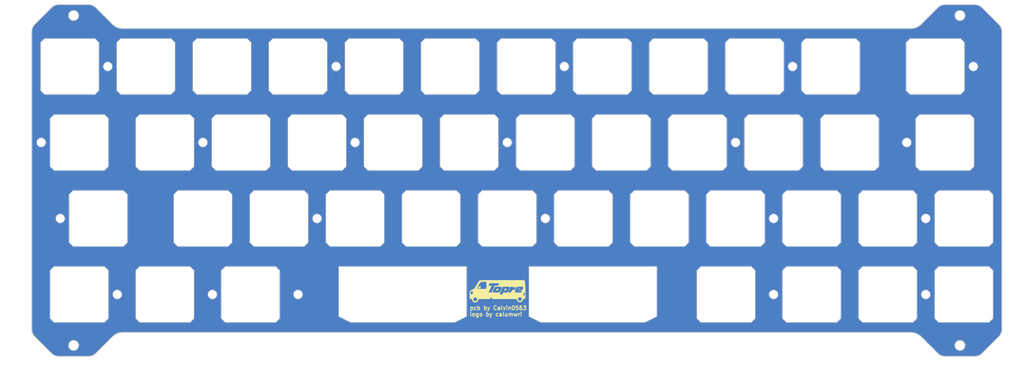
<source format=kicad_pcb>
(kicad_pcb (version 20221018) (generator pcbnew)
  (layers (0 "F.Cu" signal) (31 "B.Cu" signal) (34 "B.Paste" user) (35 "F.Paste" user) (36 "B.SilkS" user "B.Silkscreen") (37 "F.SilkS" user "F.Silkscreen") (38 "B.Mask" user) (39 "F.Mask" user) (44 "Edge.Cuts" user))
  (net 0 "")
  (net 1 "GND")
  (footprint "cipulot_parts:ecs_plate_cut_1U" (layer "F.Cu") (at 146.84375 30.95625)
    (fp_text reference "REF**")
    (fp_text value "Value " hide)
    (fp_line (start -7.3 -6) (end -7.3 6) (stroke (width 0.12)) (layer "Edge.Cuts"))
    (fp_line (start -7.3 6) (end -6.3 7) (stroke (width 0.12)) (layer "Edge.Cuts"))
    (fp_line (start -6.3 -7) (end -7.3 -6) (stroke (width 0.12)) (layer "Edge.Cuts"))
    (fp_line (start -6.3 7) (end 6.3 7) (stroke (width 0.12)) (layer "Edge.Cuts"))
    (fp_line (start 6.3 -7) (end -6.3 -7) (stroke (width 0.12)) (layer "Edge.Cuts"))
    (fp_line (start 6.3 -7) (end 7.3 -6) (stroke (width 0.12)) (layer "Edge.Cuts"))
    (fp_line (start 6.3 7) (end 7.3 6) (stroke (width 0.12)) (layer "Edge.Cuts"))
    (fp_line (start 7.3 6) (end 7.3 -6) (stroke (width 0.12)) (layer "Edge.Cuts"))
  )
  (footprint "cipulot_parts:ecs_plate_cut_1U" (layer "F.Cu") (at 56.35625 88.10625)
    (fp_text reference "REF**")
    (fp_text value "Value " hide)
    (fp_line (start -7.3 -6) (end -7.3 6) (stroke (width 0.12)) (layer "Edge.Cuts"))
    (fp_line (start -7.3 6) (end -6.3 7) (stroke (width 0.12)) (layer "Edge.Cuts"))
    (fp_line (start -6.3 -7) (end -7.3 -6) (stroke (width 0.12)) (layer "Edge.Cuts"))
    (fp_line (start -6.3 7) (end 6.3 7) (stroke (width 0.12)) (layer "Edge.Cuts"))
    (fp_line (start 6.3 -7) (end -6.3 -7) (stroke (width 0.12)) (layer "Edge.Cuts"))
    (fp_line (start 6.3 -7) (end 7.3 -6) (stroke (width 0.12)) (layer "Edge.Cuts"))
    (fp_line (start 6.3 7) (end 7.3 6) (stroke (width 0.12)) (layer "Edge.Cuts"))
    (fp_line (start 7.3 6) (end 7.3 -6) (stroke (width 0.12)) (layer "Edge.Cuts"))
  )
  (footprint "cipulot_parts:ecs_plate_cut_1U" (layer "F.Cu") (at 34.925 88.10625)
    (fp_text reference "REF**")
    (fp_text value "Value " hide)
    (fp_line (start -7.3 -6) (end -7.3 6) (stroke (width 0.12)) (layer "Edge.Cuts"))
    (fp_line (start -7.3 6) (end -6.3 7) (stroke (width 0.12)) (layer "Edge.Cuts"))
    (fp_line (start -6.3 -7) (end -7.3 -6) (stroke (width 0.12)) (layer "Edge.Cuts"))
    (fp_line (start -6.3 7) (end 6.3 7) (stroke (width 0.12)) (layer "Edge.Cuts"))
    (fp_line (start 6.3 -7) (end -6.3 -7) (stroke (width 0.12)) (layer "Edge.Cuts"))
    (fp_line (start 6.3 -7) (end 7.3 -6) (stroke (width 0.12)) (layer "Edge.Cuts"))
    (fp_line (start 6.3 7) (end 7.3 6) (stroke (width 0.12)) (layer "Edge.Cuts"))
    (fp_line (start 7.3 6) (end 7.3 -6) (stroke (width 0.12)) (layer "Edge.Cuts"))
  )
  (footprint "cipulot_parts:ecs_plate_cut_1U" (layer "F.Cu") (at 113.50625 50.00625)
    (fp_text reference "REF**")
    (fp_text value "Value " hide)
    (fp_line (start -7.3 -6) (end -7.3 6) (stroke (width 0.12)) (layer "Edge.Cuts"))
    (fp_line (start -7.3 6) (end -6.3 7) (stroke (width 0.12)) (layer "Edge.Cuts"))
    (fp_line (start -6.3 -7) (end -7.3 -6) (stroke (width 0.12)) (layer "Edge.Cuts"))
    (fp_line (start -6.3 7) (end 6.3 7) (stroke (width 0.12)) (layer "Edge.Cuts"))
    (fp_line (start 6.3 -7) (end -6.3 -7) (stroke (width 0.12)) (layer "Edge.Cuts"))
    (fp_line (start 6.3 -7) (end 7.3 -6) (stroke (width 0.12)) (layer "Edge.Cuts"))
    (fp_line (start 6.3 7) (end 7.3 6) (stroke (width 0.12)) (layer "Edge.Cuts"))
    (fp_line (start 7.3 6) (end 7.3 -6) (stroke (width 0.12)) (layer "Edge.Cuts"))
  )
  (footprint "cipulot_parts:ecs_plate_cut_1U" (layer "F.Cu") (at 180.18125 69.05625)
    (fp_text reference "REF**")
    (fp_text value "Value " hide)
    (fp_line (start -7.3 -6) (end -7.3 6) (stroke (width 0.12)) (layer "Edge.Cuts"))
    (fp_line (start -7.3 6) (end -6.3 7) (stroke (width 0.12)) (layer "Edge.Cuts"))
    (fp_line (start -6.3 -7) (end -7.3 -6) (stroke (width 0.12)) (layer "Edge.Cuts"))
    (fp_line (start -6.3 7) (end 6.3 7) (stroke (width 0.12)) (layer "Edge.Cuts"))
    (fp_line (start 6.3 -7) (end -6.3 -7) (stroke (width 0.12)) (layer "Edge.Cuts"))
    (fp_line (start 6.3 -7) (end 7.3 -6) (stroke (width 0.12)) (layer "Edge.Cuts"))
    (fp_line (start 6.3 7) (end 7.3 6) (stroke (width 0.12)) (layer "Edge.Cuts"))
    (fp_line (start 7.3 6) (end 7.3 -6) (stroke (width 0.12)) (layer "Edge.Cuts"))
  )
  (footprint "cipulot_parts:ecs_plate_cut_1U" (layer "F.Cu") (at 94.45625 50.00625)
    (fp_text reference "REF**")
    (fp_text value "Value " hide)
    (fp_line (start -7.3 -6) (end -7.3 6) (stroke (width 0.12)) (layer "Edge.Cuts"))
    (fp_line (start -7.3 6) (end -6.3 7) (stroke (width 0.12)) (layer "Edge.Cuts"))
    (fp_line (start -6.3 -7) (end -7.3 -6) (stroke (width 0.12)) (layer "Edge.Cuts"))
    (fp_line (start -6.3 7) (end 6.3 7) (stroke (width 0.12)) (layer "Edge.Cuts"))
    (fp_line (start 6.3 -7) (end -6.3 -7) (stroke (width 0.12)) (layer "Edge.Cuts"))
    (fp_line (start 6.3 -7) (end 7.3 -6) (stroke (width 0.12)) (layer "Edge.Cuts"))
    (fp_line (start 6.3 7) (end 7.3 6) (stroke (width 0.12)) (layer "Edge.Cuts"))
    (fp_line (start 7.3 6) (end 7.3 -6) (stroke (width 0.12)) (layer "Edge.Cuts"))
  )
  (footprint "cipulot_parts:ecs_plate_cut_1U" (layer "F.Cu") (at 75.40625 50.00625)
    (fp_text reference "REF**")
    (fp_text value "Value " hide)
    (fp_line (start -7.3 -6) (end -7.3 6) (stroke (width 0.12)) (layer "Edge.Cuts"))
    (fp_line (start -7.3 6) (end -6.3 7) (stroke (width 0.12)) (layer "Edge.Cuts"))
    (fp_line (start -6.3 -7) (end -7.3 -6) (stroke (width 0.12)) (layer "Edge.Cuts"))
    (fp_line (start -6.3 7) (end 6.3 7) (stroke (width 0.12)) (layer "Edge.Cuts"))
    (fp_line (start 6.3 -7) (end -6.3 -7) (stroke (width 0.12)) (layer "Edge.Cuts"))
    (fp_line (start 6.3 -7) (end 7.3 -6) (stroke (width 0.12)) (layer "Edge.Cuts"))
    (fp_line (start 6.3 7) (end 7.3 6) (stroke (width 0.12)) (layer "Edge.Cuts"))
    (fp_line (start 7.3 6) (end 7.3 -6) (stroke (width 0.12)) (layer "Edge.Cuts"))
  )
  (footprint "cipulot_parts:ecs_plate_cut_1U" (layer "F.Cu") (at 223.04375 30.95625)
    (fp_text reference "REF**")
    (fp_text value "Value " hide)
    (fp_line (start -7.3 -6) (end -7.3 6) (stroke (width 0.12)) (layer "Edge.Cuts"))
    (fp_line (start -7.3 6) (end -6.3 7) (stroke (width 0.12)) (layer "Edge.Cuts"))
    (fp_line (start -6.3 -7) (end -7.3 -6) (stroke (width 0.12)) (layer "Edge.Cuts"))
    (fp_line (start -6.3 7) (end 6.3 7) (stroke (width 0.12)) (layer "Edge.Cuts"))
    (fp_line (start 6.3 -7) (end -6.3 -7) (stroke (width 0.12)) (layer "Edge.Cuts"))
    (fp_line (start 6.3 -7) (end 7.3 -6) (stroke (width 0.12)) (layer "Edge.Cuts"))
    (fp_line (start 6.3 7) (end 7.3 6) (stroke (width 0.12)) (layer "Edge.Cuts"))
    (fp_line (start 7.3 6) (end 7.3 -6) (stroke (width 0.12)) (layer "Edge.Cuts"))
  )
  (footprint "cipulot_parts:ecs_plate_cut_1U" (layer "F.Cu") (at 251.61875 50.00625)
    (fp_text reference "REF**")
    (fp_text value "Value " hide)
    (fp_line (start -7.3 -6) (end -7.3 6) (stroke (width 0.12)) (layer "Edge.Cuts"))
    (fp_line (start -7.3 6) (end -6.3 7) (stroke (width 0.12)) (layer "Edge.Cuts"))
    (fp_line (start -6.3 -7) (end -7.3 -6) (stroke (width 0.12)) (layer "Edge.Cuts"))
    (fp_line (start -6.3 7) (end 6.3 7) (stroke (width 0.12)) (layer "Edge.Cuts"))
    (fp_line (start 6.3 -7) (end -6.3 -7) (stroke (width 0.12)) (layer "Edge.Cuts"))
    (fp_line (start 6.3 -7) (end 7.3 -6) (stroke (width 0.12)) (layer "Edge.Cuts"))
    (fp_line (start 6.3 7) (end 7.3 6) (stroke (width 0.12)) (layer "Edge.Cuts"))
    (fp_line (start 7.3 6) (end 7.3 -6) (stroke (width 0.12)) (layer "Edge.Cuts"))
  )
  (footprint "cipulot_parts:ecs_plate_cut_1U" (layer "F.Cu") (at 249.2375 30.95625)
    (fp_text reference "REF**")
    (fp_text value "Value " hide)
    (fp_line (start -7.3 -6) (end -7.3 6) (stroke (width 0.12)) (layer "Edge.Cuts"))
    (fp_line (start -7.3 6) (end -6.3 7) (stroke (width 0.12)) (layer "Edge.Cuts"))
    (fp_line (start -6.3 -7) (end -7.3 -6) (stroke (width 0.12)) (layer "Edge.Cuts"))
    (fp_line (start -6.3 7) (end 6.3 7) (stroke (width 0.12)) (layer "Edge.Cuts"))
    (fp_line (start 6.3 -7) (end -6.3 -7) (stroke (width 0.12)) (layer "Edge.Cuts"))
    (fp_line (start 6.3 -7) (end 7.3 -6) (stroke (width 0.12)) (layer "Edge.Cuts"))
    (fp_line (start 6.3 7) (end 7.3 6) (stroke (width 0.12)) (layer "Edge.Cuts"))
    (fp_line (start 7.3 6) (end 7.3 -6) (stroke (width 0.12)) (layer "Edge.Cuts"))
  )
  (footprint "cipulot_parts:ecs_plate_cut_1U" (layer "F.Cu") (at 127.79375 30.95625)
    (fp_text reference "REF**")
    (fp_text value "Value " hide)
    (fp_line (start -7.3 -6) (end -7.3 6) (stroke (width 0.12)) (layer "Edge.Cuts"))
    (fp_line (start -7.3 6) (end -6.3 7) (stroke (width 0.12)) (layer "Edge.Cuts"))
    (fp_line (start -6.3 -7) (end -7.3 -6) (stroke (width 0.12)) (layer "Edge.Cuts"))
    (fp_line (start -6.3 7) (end 6.3 7) (stroke (width 0.12)) (layer "Edge.Cuts"))
    (fp_line (start 6.3 -7) (end -6.3 -7) (stroke (width 0.12)) (layer "Edge.Cuts"))
    (fp_line (start 6.3 -7) (end 7.3 -6) (stroke (width 0.12)) (layer "Edge.Cuts"))
    (fp_line (start 6.3 7) (end 7.3 6) (stroke (width 0.12)) (layer "Edge.Cuts"))
    (fp_line (start 7.3 6) (end 7.3 -6) (stroke (width 0.12)) (layer "Edge.Cuts"))
  )
  (footprint "cipulot_parts:ecs_plate_cut_1U" (layer "F.Cu") (at 208.75625 50.00625)
    (fp_text reference "REF**")
    (fp_text value "Value " hide)
    (fp_line (start -7.3 -6) (end -7.3 6) (stroke (width 0.12)) (layer "Edge.Cuts"))
    (fp_line (start -7.3 6) (end -6.3 7) (stroke (width 0.12)) (layer "Edge.Cuts"))
    (fp_line (start -6.3 -7) (end -7.3 -6) (stroke (width 0.12)) (layer "Edge.Cuts"))
    (fp_line (start -6.3 7) (end 6.3 7) (stroke (width 0.12)) (layer "Edge.Cuts"))
    (fp_line (start 6.3 -7) (end -6.3 -7) (stroke (width 0.12)) (layer "Edge.Cuts"))
    (fp_line (start 6.3 -7) (end 7.3 -6) (stroke (width 0.12)) (layer "Edge.Cuts"))
    (fp_line (start 6.3 7) (end 7.3 6) (stroke (width 0.12)) (layer "Edge.Cuts"))
    (fp_line (start 7.3 6) (end 7.3 -6) (stroke (width 0.12)) (layer "Edge.Cuts"))
  )
  (footprint "cipulot_parts:ecs_plate_cut_1U" (layer "F.Cu") (at 84.93125 69.05625)
    (fp_text reference "REF**")
    (fp_text value "Value " hide)
    (fp_line (start -7.3 -6) (end -7.3 6) (stroke (width 0.12)) (layer "Edge.Cuts"))
    (fp_line (start -7.3 6) (end -6.3 7) (stroke (width 0.12)) (layer "Edge.Cuts"))
    (fp_line (start -6.3 -7) (end -7.3 -6) (stroke (width 0.12)) (layer "Edge.Cuts"))
    (fp_line (start -6.3 7) (end 6.3 7) (stroke (width 0.12)) (layer "Edge.Cuts"))
    (fp_line (start 6.3 -7) (end -6.3 -7) (stroke (width 0.12)) (layer "Edge.Cuts"))
    (fp_line (start 6.3 -7) (end 7.3 -6) (stroke (width 0.12)) (layer "Edge.Cuts"))
    (fp_line (start 6.3 7) (end 7.3 6) (stroke (width 0.12)) (layer "Edge.Cuts"))
    (fp_line (start 7.3 6) (end 7.3 -6) (stroke (width 0.12)) (layer "Edge.Cuts"))
  )
  (footprint "cipulot_parts:ecs_plate_cut_2U" (layer "F.Cu") (at 115.8875 88.10625)
    (fp_text reference "REF**")
    (fp_text value "Value " hide)
    (fp_line (start -16 -7) (end 16 -7) (stroke (width 0.12)) (layer "Edge.Cuts"))
    (fp_line (start -16 0) (end -16 -7) (stroke (width 0.12)) (layer "Edge.Cuts"))
    (fp_line (start -16 0) (end -16 5.5) (stroke (width 0.12)) (layer "Edge.Cuts"))
    (fp_line (start -16 5.5) (end -13 7) (stroke (width 0.12)) (layer "Edge.Cuts"))
    (fp_line (start 13 7) (end -13 7) (stroke (width 0.12)) (layer "Edge.Cuts"))
    (fp_line (start 16 -7) (end 16 0) (stroke (width 0.12)) (layer "Edge.Cuts"))
    (fp_line (start 16 0) (end 16 5.5) (stroke (width 0.12)) (layer "Edge.Cuts"))
    (fp_line (start 16 5.5) (end 13 7) (stroke (width 0.12)) (layer "Edge.Cuts"))
  )
  (footprint "cipulot_parts:ecs_plate_cut_1U" (layer "F.Cu") (at 39.6875 69.05625)
    (fp_text reference "REF**")
    (fp_text value "Value " hide)
    (fp_line (start -7.3 -6) (end -7.3 6) (stroke (width 0.12)) (layer "Edge.Cuts"))
    (fp_line (start -7.3 6) (end -6.3 7) (stroke (width 0.12)) (layer "Edge.Cuts"))
    (fp_line (start -6.3 -7) (end -7.3 -6) (stroke (width 0.12)) (layer "Edge.Cuts"))
    (fp_line (start -6.3 7) (end 6.3 7) (stroke (width 0.12)) (layer "Edge.Cuts"))
    (fp_line (start 6.3 -7) (end -6.3 -7) (stroke (width 0.12)) (layer "Edge.Cuts"))
    (fp_line (start 6.3 -7) (end 7.3 -6) (stroke (width 0.12)) (layer "Edge.Cuts"))
    (fp_line (start 6.3 7) (end 7.3 6) (stroke (width 0.12)) (layer "Edge.Cuts"))
    (fp_line (start 7.3 6) (end 7.3 -6) (stroke (width 0.12)) (layer "Edge.Cuts"))
  )
  (footprint "cipulot_parts:ecs_plate_cut_1U" (layer "F.Cu") (at 199.23125 69.05625)
    (fp_text reference "REF**")
    (fp_text value "Value " hide)
    (fp_line (start -7.3 -6) (end -7.3 6) (stroke (width 0.12)) (layer "Edge.Cuts"))
    (fp_line (start -7.3 6) (end -6.3 7) (stroke (width 0.12)) (layer "Edge.Cuts"))
    (fp_line (start -6.3 -7) (end -7.3 -6) (stroke (width 0.12)) (layer "Edge.Cuts"))
    (fp_line (start -6.3 7) (end 6.3 7) (stroke (width 0.12)) (layer "Edge.Cuts"))
    (fp_line (start 6.3 -7) (end -6.3 -7) (stroke (width 0.12)) (layer "Edge.Cuts"))
    (fp_line (start 6.3 -7) (end 7.3 -6) (stroke (width 0.12)) (layer "Edge.Cuts"))
    (fp_line (start 6.3 7) (end 7.3 6) (stroke (width 0.12)) (layer "Edge.Cuts"))
    (fp_line (start 7.3 6) (end 7.3 -6) (stroke (width 0.12)) (layer "Edge.Cuts"))
  )
  (footprint "cipulot_parts:ecs_plate_cut_1U" (layer "F.Cu") (at 196.85 88.10625)
    (fp_text reference "REF**")
    (fp_text value "Value " hide)
    (fp_line (start -7.3 -6) (end -7.3 6) (stroke (width 0.12)) (layer "Edge.Cuts"))
    (fp_line (start -7.3 6) (end -6.3 7) (stroke (width 0.12)) (layer "Edge.Cuts"))
    (fp_line (start -6.3 -7) (end -7.3 -6) (stroke (width 0.12)) (layer "Edge.Cuts"))
    (fp_line (start -6.3 7) (end 6.3 7) (stroke (width 0.12)) (layer "Edge.Cuts"))
    (fp_line (start 6.3 -7) (end -6.3 -7) (stroke (width 0.12)) (layer "Edge.Cuts"))
    (fp_line (start 6.3 -7) (end 7.3 -6) (stroke (width 0.12)) (layer "Edge.Cuts"))
    (fp_line (start 6.3 7) (end 7.3 6) (stroke (width 0.12)) (layer "Edge.Cuts"))
    (fp_line (start 7.3 6) (end 7.3 -6) (stroke (width 0.12)) (layer "Edge.Cuts"))
  )
  (footprint "cipulot_parts:ecs_plate_cut_1U" (layer "F.Cu") (at 189.70625 50.00625)
    (fp_text reference "REF**")
    (fp_text value "Value " hide)
    (fp_line (start -7.3 -6) (end -7.3 6) (stroke (width 0.12)) (layer "Edge.Cuts"))
    (fp_line (start -7.3 6) (end -6.3 7) (stroke (width 0.12)) (layer "Edge.Cuts"))
    (fp_line (start -6.3 -7) (end -7.3 -6) (stroke (width 0.12)) (layer "Edge.Cuts"))
    (fp_line (start -6.3 7) (end 6.3 7) (stroke (width 0.12)) (layer "Edge.Cuts"))
    (fp_line (start 6.3 -7) (end -6.3 -7) (stroke (width 0.12)) (layer "Edge.Cuts"))
    (fp_line (start 6.3 -7) (end 7.3 -6) (stroke (width 0.12)) (layer "Edge.Cuts"))
    (fp_line (start 6.3 7) (end 7.3 6) (stroke (width 0.12)) (layer "Edge.Cuts"))
    (fp_line (start 7.3 6) (end 7.3 -6) (stroke (width 0.12)) (layer "Edge.Cuts"))
  )
  (footprint "cipulot_parts:ecs_plate_cut_1U" (layer "F.Cu") (at 34.925 50.00625)
    (fp_text reference "REF**")
    (fp_text value "Value " hide)
    (fp_line (start -7.3 -6) (end -7.3 6) (stroke (width 0.12)) (layer "Edge.Cuts"))
    (fp_line (start -7.3 6) (end -6.3 7) (stroke (width 0.12)) (layer "Edge.Cuts"))
    (fp_line (start -6.3 -7) (end -7.3 -6) (stroke (width 0.12)) (layer "Edge.Cuts"))
    (fp_line (start -6.3 7) (end 6.3 7) (stroke (width 0.12)) (layer "Edge.Cuts"))
    (fp_line (start 6.3 -7) (end -6.3 -7) (stroke (width 0.12)) (layer "Edge.Cuts"))
    (fp_line (start 6.3 -7) (end 7.3 -6) (stroke (width 0.12)) (layer "Edge.Cuts"))
    (fp_line (start 6.3 7) (end 7.3 6) (stroke (width 0.12)) (layer "Edge.Cuts"))
    (fp_line (start 7.3 6) (end 7.3 -6) (stroke (width 0.12)) (layer "Edge.Cuts"))
  )
  (footprint "cipulot_parts:ecs_plate_cut_1U" (layer "F.Cu") (at 56.35625 50.00625)
    (fp_text reference "REF**")
    (fp_text value "Value " hide)
    (fp_line (start -7.3 -6) (end -7.3 6) (stroke (width 0.12)) (layer "Edge.Cuts"))
    (fp_line (start -7.3 6) (end -6.3 7) (stroke (width 0.12)) (layer "Edge.Cuts"))
    (fp_line (start -6.3 -7) (end -7.3 -6) (stroke (width 0.12)) (layer "Edge.Cuts"))
    (fp_line (start -6.3 7) (end 6.3 7) (stroke (width 0.12)) (layer "Edge.Cuts"))
    (fp_line (start 6.3 -7) (end -6.3 -7) (stroke (width 0.12)) (layer "Edge.Cuts"))
    (fp_line (start 6.3 -7) (end 7.3 -6) (stroke (width 0.12)) (layer "Edge.Cuts"))
    (fp_line (start 6.3 7) (end 7.3 6) (stroke (width 0.12)) (layer "Edge.Cuts"))
    (fp_line (start 7.3 6) (end 7.3 -6) (stroke (width 0.12)) (layer "Edge.Cuts"))
  )
  (footprint "cipulot_parts:ecs_plate_cut_1U" (layer "F.Cu") (at 256.38125 88.10625)
    (fp_text reference "REF**")
    (fp_text value "Value " hide)
    (fp_line (start -7.3 -6) (end -7.3 6) (stroke (width 0.12)) (layer "Edge.Cuts"))
    (fp_line (start -7.3 6) (end -6.3 7) (stroke (width 0.12)) (layer "Edge.Cuts"))
    (fp_line (start -6.3 -7) (end -7.3 -6) (stroke (width 0.12)) (layer "Edge.Cuts"))
    (fp_line (start -6.3 7) (end 6.3 7) (stroke (width 0.12)) (layer "Edge.Cuts"))
    (fp_line (start 6.3 -7) (end -6.3 -7) (stroke (width 0.12)) (layer "Edge.Cuts"))
    (fp_line (start 6.3 -7) (end 7.3 -6) (stroke (width 0.12)) (layer "Edge.Cuts"))
    (fp_line (start 6.3 7) (end 7.3 6) (stroke (width 0.12)) (layer "Edge.Cuts"))
    (fp_line (start 7.3 6) (end 7.3 -6) (stroke (width 0.12)) (layer "Edge.Cuts"))
  )
  (footprint "cipulot_parts:ecs_plate_cut_1U" (layer "F.Cu") (at 123.03125 69.05625)
    (fp_text reference "REF**")
    (fp_text value "Value " hide)
    (fp_line (start -7.3 -6) (end -7.3 6) (stroke (width 0.12)) (layer "Edge.Cuts"))
    (fp_line (start -7.3 6) (end -6.3 7) (stroke (width 0.12)) (layer "Edge.Cuts"))
    (fp_line (start -6.3 -7) (end -7.3 -6) (stroke (width 0.12)) (layer "Edge.Cuts"))
    (fp_line (start -6.3 7) (end 6.3 7) (stroke (width 0.12)) (layer "Edge.Cuts"))
    (fp_line (start 6.3 -7) (end -6.3 -7) (stroke (width 0.12)) (layer "Edge.Cuts"))
    (fp_line (start 6.3 -7) (end 7.3 -6) (stroke (width 0.12)) (layer "Edge.Cuts"))
    (fp_line (start 6.3 7) (end 7.3 6) (stroke (width 0.12)) (layer "Edge.Cuts"))
    (fp_line (start 7.3 6) (end 7.3 -6) (stroke (width 0.12)) (layer "Edge.Cuts"))
  )
  (footprint "cipulot_parts:ecs_plate_cut_1U" (layer "F.Cu") (at 32.54375 30.95625)
    (fp_text reference "REF**")
    (fp_text value "Value " hide)
    (fp_line (start -7.3 -6) (end -7.3 6) (stroke (width 0.12)) (layer "Edge.Cuts"))
    (fp_line (start -7.3 6) (end -6.3 7) (stroke (width 0.12)) (layer "Edge.Cuts"))
    (fp_line (start -6.3 -7) (end -7.3 -6) (stroke (width 0.12)) (layer "Edge.Cuts"))
    (fp_line (start -6.3 7) (end 6.3 7) (stroke (width 0.12)) (layer "Edge.Cuts"))
    (fp_line (start 6.3 -7) (end -6.3 -7) (stroke (width 0.12)) (layer "Edge.Cuts"))
    (fp_line (start 6.3 -7) (end 7.3 -6) (stroke (width 0.12)) (layer "Edge.Cuts"))
    (fp_line (start 6.3 7) (end 7.3 6) (stroke (width 0.12)) (layer "Edge.Cuts"))
    (fp_line (start 7.3 6) (end 7.3 -6) (stroke (width 0.12)) (layer "Edge.Cuts"))
  )
  (footprint "cipulot_parts:ecs_plate_cut_1U" (layer "F.Cu") (at 161.13125 69.05625)
    (fp_text reference "REF**")
    (fp_text value "Value " hide)
    (fp_line (start -7.3 -6) (end -7.3 6) (stroke (width 0.12)) (layer "Edge.Cuts"))
    (fp_line (start -7.3 6) (end -6.3 7) (stroke (width 0.12)) (layer "Edge.Cuts"))
    (fp_line (start -6.3 -7) (end -7.3 -6) (stroke (width 0.12)) (layer "Edge.Cuts"))
    (fp_line (start -6.3 7) (end 6.3 7) (stroke (width 0.12)) (layer "Edge.Cuts"))
    (fp_line (start 6.3 -7) (end -6.3 -7) (stroke (width 0.12)) (layer "Edge.Cuts"))
    (fp_line (start 6.3 -7) (end 7.3 -6) (stroke (width 0.12)) (layer "Edge.Cuts"))
    (fp_line (start 6.3 7) (end 7.3 6) (stroke (width 0.12)) (layer "Edge.Cuts"))
    (fp_line (start 7.3 6) (end 7.3 -6) (stroke (width 0.12)) (layer "Edge.Cuts"))
  )
  (footprint "cipulot_parts:ecs_plate_cut_1U" (layer "F.Cu") (at 132.55625 50.00625)
    (fp_text reference "REF**")
    (fp_text value "Value " hide)
    (fp_line (start -7.3 -6) (end -7.3 6) (stroke (width 0.12)) (layer "Edge.Cuts"))
    (fp_line (start -7.3 6) (end -6.3 7) (stroke (width 0.12)) (layer "Edge.Cuts"))
    (fp_line (start -6.3 -7) (end -7.3 -6) (stroke (width 0.12)) (layer "Edge.Cuts"))
    (fp_line (start -6.3 7) (end 6.3 7) (stroke (width 0.12)) (layer "Edge.Cuts"))
    (fp_line (start 6.3 -7) (end -6.3 -7) (stroke (width 0.12)) (layer "Edge.Cuts"))
    (fp_line (start 6.3 -7) (end 7.3 -6) (stroke (width 0.12)) (layer "Edge.Cuts"))
    (fp_line (start 6.3 7) (end 7.3 6) (stroke (width 0.12)) (layer "Edge.Cuts"))
    (fp_line (start 7.3 6) (end 7.3 -6) (stroke (width 0.12)) (layer "Edge.Cuts"))
  )
  (footprint "cipulot_parts:ecs_plate_cut_1U" (layer "F.Cu") (at 65.88125 69.05625)
    (fp_text reference "REF**")
    (fp_text value "Value " hide)
    (fp_line (start -7.3 -6) (end -7.3 6) (stroke (width 0.12)) (layer "Edge.Cuts"))
    (fp_line (start -7.3 6) (end -6.3 7) (stroke (width 0.12)) (layer "Edge.Cuts"))
    (fp_line (start -6.3 -7) (end -7.3 -6) (stroke (width 0.12)) (layer "Edge.Cuts"))
    (fp_line (start -6.3 7) (end 6.3 7) (stroke (width 0.12)) (layer "Edge.Cuts"))
    (fp_line (start 6.3 -7) (end -6.3 -7) (stroke (width 0.12)) (layer "Edge.Cuts"))
    (fp_line (start 6.3 -7) (end 7.3 -6) (stroke (width 0.12)) (layer "Edge.Cuts"))
    (fp_line (start 6.3 7) (end 7.3 6) (stroke (width 0.12)) (layer "Edge.Cuts"))
    (fp_line (start 7.3 6) (end 7.3 -6) (stroke (width 0.12)) (layer "Edge.Cuts"))
  )
  (footprint "cipulot_parts:ecs_plate_cut_1U" (layer "F.Cu") (at 108.74375 30.95625)
    (fp_text reference "REF**")
    (fp_text value "Value " hide)
    (fp_line (start -7.3 -6) (end -7.3 6) (stroke (width 0.12)) (layer "Edge.Cuts"))
    (fp_line (start -7.3 6) (end -6.3 7) (stroke (width 0.12)) (layer "Edge.Cuts"))
    (fp_line (start -6.3 -7) (end -7.3 -6) (stroke (width 0.12)) (layer "Edge.Cuts"))
    (fp_line (start -6.3 7) (end 6.3 7) (stroke (width 0.12)) (layer "Edge.Cuts"))
    (fp_line (start 6.3 -7) (end -6.3 -7) (stroke (width 0.12)) (layer "Edge.Cuts"))
    (fp_line (start 6.3 -7) (end 7.3 -6) (stroke (width 0.12)) (layer "Edge.Cuts"))
    (fp_line (start 6.3 7) (end 7.3 6) (stroke (width 0.12)) (layer "Edge.Cuts"))
    (fp_line (start 7.3 6) (end 7.3 -6) (stroke (width 0.12)) (layer "Edge.Cuts"))
  )
  (footprint "cipulot_parts:ecs_plate_cut_1U" (layer "F.Cu") (at 51.59375 30.95625)
    (fp_text reference "REF**")
    (fp_text value "Value " hide)
    (fp_line (start -7.3 -6) (end -7.3 6) (stroke (width 0.12)) (layer "Edge.Cuts"))
    (fp_line (start -7.3 6) (end -6.3 7) (stroke (width 0.12)) (layer "Edge.Cuts"))
    (fp_line (start -6.3 -7) (end -7.3 -6) (stroke (width 0.12)) (layer "Edge.Cuts"))
    (fp_line (start -6.3 7) (end 6.3 7) (stroke (width 0.12)) (layer "Edge.Cuts"))
    (fp_line (start 6.3 -7) (end -6.3 -7) (stroke (width 0.12)) (layer "Edge.Cuts"))
    (fp_line (start 6.3 -7) (end 7.3 -6) (stroke (width 0.12)) (layer "Edge.Cuts"))
    (fp_line (start 6.3 7) (end 7.3 6) (stroke (width 0.12)) (layer "Edge.Cuts"))
    (fp_line (start 7.3 6) (end 7.3 -6) (stroke (width 0.12)) (layer "Edge.Cuts"))
  )
  (footprint "cipulot_parts:ecs_plate_cut_1U" (layer "F.Cu") (at 237.33125 69.05625)
    (fp_text reference "REF**")
    (fp_text value "Value " hide)
    (fp_line (start -7.3 -6) (end -7.3 6) (stroke (width 0.12)) (layer "Edge.Cuts"))
    (fp_line (start -7.3 6) (end -6.3 7) (stroke (width 0.12)) (layer "Edge.Cuts"))
    (fp_line (start -6.3 -7) (end -7.3 -6) (stroke (width 0.12)) (layer "Edge.Cuts"))
    (fp_line (start -6.3 7) (end 6.3 7) (stroke (width 0.12)) (layer "Edge.Cuts"))
    (fp_line (start 6.3 -7) (end -6.3 -7) (stroke (width 0.12)) (layer "Edge.Cuts"))
    (fp_line (start 6.3 -7) (end 7.3 -6) (stroke (width 0.12)) (layer "Edge.Cuts"))
    (fp_line (start 6.3 7) (end 7.3 6) (stroke (width 0.12)) (layer "Edge.Cuts"))
    (fp_line (start 7.3 6) (end 7.3 -6) (stroke (width 0.12)) (layer "Edge.Cuts"))
  )
  (footprint "LOGO" (layer "F.Cu") (at 139.3 87.3125)
    (fp_text reference "G***" hide)
    (fp_text value "LOGO" hide)
  )
  (footprint "cipulot_parts:ecs_plate_cut_1U" (layer "F.Cu") (at 256.38125 69.05625)
    (fp_text reference "REF**")
    (fp_text value "Value " hide)
    (fp_line (start -7.3 -6) (end -7.3 6) (stroke (width 0.12)) (layer "Edge.Cuts"))
    (fp_line (start -7.3 6) (end -6.3 7) (stroke (width 0.12)) (layer "Edge.Cuts"))
    (fp_line (start -6.3 -7) (end -7.3 -6) (stroke (width 0.12)) (layer "Edge.Cuts"))
    (fp_line (start -6.3 7) (end 6.3 7) (stroke (width 0.12)) (layer "Edge.Cuts"))
    (fp_line (start 6.3 -7) (end -6.3 -7) (stroke (width 0.12)) (layer "Edge.Cuts"))
    (fp_line (start 6.3 -7) (end 7.3 -6) (stroke (width 0.12)) (layer "Edge.Cuts"))
    (fp_line (start 6.3 7) (end 7.3 6) (stroke (width 0.12)) (layer "Edge.Cuts"))
    (fp_line (start 7.3 6) (end 7.3 -6) (stroke (width 0.12)) (layer "Edge.Cuts"))
  )
  (footprint "cipulot_parts:ecs_plate_cut_1U" (layer "F.Cu") (at 218.28125 88.10625)
    (fp_text reference "REF**")
    (fp_text value "Value " hide)
    (fp_line (start -7.3 -6) (end -7.3 6) (stroke (width 0.12)) (layer "Edge.Cuts"))
    (fp_line (start -7.3 6) (end -6.3 7) (stroke (width 0.12)) (layer "Edge.Cuts"))
    (fp_line (start -6.3 -7) (end -7.3 -6) (stroke (width 0.12)) (layer "Edge.Cuts"))
    (fp_line (start -6.3 7) (end 6.3 7) (stroke (width 0.12)) (layer "Edge.Cuts"))
    (fp_line (start 6.3 -7) (end -6.3 -7) (stroke (width 0.12)) (layer "Edge.Cuts"))
    (fp_line (start 6.3 -7) (end 7.3 -6) (stroke (width 0.12)) (layer "Edge.Cuts"))
    (fp_line (start 6.3 7) (end 7.3 6) (stroke (width 0.12)) (layer "Edge.Cuts"))
    (fp_line (start 7.3 6) (end 7.3 -6) (stroke (width 0.12)) (layer "Edge.Cuts"))
  )
  (footprint "cipulot_parts:ecs_plate_cut_1U" (layer "F.Cu") (at 103.98125 69.05625)
    (fp_text reference "REF**")
    (fp_text value "Value " hide)
    (fp_line (start -7.3 -6) (end -7.3 6) (stroke (width 0.12)) (layer "Edge.Cuts"))
    (fp_line (start -7.3 6) (end -6.3 7) (stroke (width 0.12)) (layer "Edge.Cuts"))
    (fp_line (start -6.3 -7) (end -7.3 -6) (stroke (width 0.12)) (layer "Edge.Cuts"))
    (fp_line (start -6.3 7) (end 6.3 7) (stroke (width 0.12)) (layer "Edge.Cuts"))
    (fp_line (start 6.3 -7) (end -6.3 -7) (stroke (width 0.12)) (layer "Edge.Cuts"))
    (fp_line (start 6.3 -7) (end 7.3 -6) (stroke (width 0.12)) (layer "Edge.Cuts"))
    (fp_line (start 6.3 7) (end 7.3 6) (stroke (width 0.12)) (layer "Edge.Cuts"))
    (fp_line (start 7.3 6) (end 7.3 -6) (stroke (width 0.12)) (layer "Edge.Cuts"))
  )
  (footprint "cipulot_parts:ecs_plate_cut_1U" (layer "F.Cu") (at 170.65625 50.00625)
    (fp_text reference "REF**")
    (fp_text value "Value " hide)
    (fp_line (start -7.3 -6) (end -7.3 6) (stroke (width 0.12)) (layer "Edge.Cuts"))
    (fp_line (start -7.3 6) (end -6.3 7) (stroke (width 0.12)) (layer "Edge.Cuts"))
    (fp_line (start -6.3 -7) (end -7.3 -6) (stroke (width 0.12)) (layer "Edge.Cuts"))
    (fp_line (start -6.3 7) (end 6.3 7) (stroke (width 0.12)) (layer "Edge.Cuts"))
    (fp_line (start 6.3 -7) (end -6.3 -7) (stroke (width 0.12)) (layer "Edge.Cuts"))
    (fp_line (start 6.3 -7) (end 7.3 -6) (stroke (width 0.12)) (layer "Edge.Cuts"))
    (fp_line (start 6.3 7) (end 7.3 6) (stroke (width 0.12)) (layer "Edge.Cuts"))
    (fp_line (start 7.3 6) (end 7.3 -6) (stroke (width 0.12)) (layer "Edge.Cuts"))
  )
  (footprint "cipulot_parts:ecs_plate_cut_1U" (layer "F.Cu") (at 89.69375 30.95625)
    (fp_text reference "REF**")
    (fp_text value "Value " hide)
    (fp_line (start -7.3 -6) (end -7.3 6) (stroke (width 0.12)) (layer "Edge.Cuts"))
    (fp_line (start -7.3 6) (end -6.3 7) (stroke (width 0.12)) (layer "Edge.Cuts"))
    (fp_line (start -6.3 -7) (end -7.3 -6) (stroke (width 0.12)) (layer "Edge.Cuts"))
    (fp_line (start -6.3 7) (end 6.3 7) (stroke (width 0.12)) (layer "Edge.Cuts"))
    (fp_line (start 6.3 -7) (end -6.3 -7) (stroke (width 0.12)) (layer "Edge.Cuts"))
    (fp_line (start 6.3 -7) (end 7.3 -6) (stroke (width 0.12)) (layer "Edge.Cuts"))
    (fp_line (start 6.3 7) (end 7.3 6) (stroke (width 0.12)) (layer "Edge.Cuts"))
    (fp_line (start 7.3 6) (end 7.3 -6) (stroke (width 0.12)) (layer "Edge.Cuts"))
  )
  (footprint "cipulot_parts:ecs_plate_cut_2U" (layer "F.Cu") (at 163.5125 88.10625)
    (fp_text reference "REF**")
    (fp_text value "Value " hide)
    (fp_line (start -16 -7) (end 16 -7) (stroke (width 0.12)) (layer "Edge.Cuts"))
    (fp_line (start -16 0) (end -16 -7) (stroke (width 0.12)) (layer "Edge.Cuts"))
    (fp_line (start -16 0) (end -16 5.5) (stroke (width 0.12)) (layer "Edge.Cuts"))
    (fp_line (start -16 5.5) (end -13 7) (stroke (width 0.12)) (layer "Edge.Cuts"))
    (fp_line (start 13 7) (end -13 7) (stroke (width 0.12)) (layer "Edge.Cuts"))
    (fp_line (start 16 -7) (end 16 0) (stroke (width 0.12)) (layer "Edge.Cuts"))
    (fp_line (start 16 0) (end 16 5.5) (stroke (width 0.12)) (layer "Edge.Cuts"))
    (fp_line (start 16 5.5) (end 13 7) (stroke (width 0.12)) (layer "Edge.Cuts"))
  )
  (footprint "cipulot_parts:ecs_plate_cut_1U" (layer "F.Cu") (at 77.7875 88.10625)
    (fp_text reference "REF**")
    (fp_text value "Value " hide)
    (fp_line (start -7.3 -6) (end -7.3 6) (stroke (width 0.12)) (layer "Edge.Cuts"))
    (fp_line (start -7.3 6) (end -6.3 7) (stroke (width 0.12)) (layer "Edge.Cuts"))
    (fp_line (start -6.3 -7) (end -7.3 -6) (stroke (width 0.12)) (layer "Edge.Cuts"))
    (fp_line (start -6.3 7) (end 6.3 7) (stroke (width 0.12)) (layer "Edge.Cuts"))
    (fp_line (start 6.3 -7) (end -6.3 -7) (stroke (width 0.12)) (layer "Edge.Cuts"))
    (fp_line (start 6.3 -7) (end 7.3 -6) (stroke (width 0.12)) (layer "Edge.Cuts"))
    (fp_line (start 6.3 7) (end 7.3 6) (stroke (width 0.12)) (layer "Edge.Cuts"))
    (fp_line (start 7.3 6) (end 7.3 -6) (stroke (width 0.12)) (layer "Edge.Cuts"))
  )
  (footprint "cipulot_parts:ecs_plate_cut_1U" (layer "F.Cu") (at 218.28125 69.05625)
    (fp_text reference "REF**")
    (fp_text value "Value " hide)
    (fp_line (start -7.3 -6) (end -7.3 6) (stroke (width 0.12)) (layer "Edge.Cuts"))
    (fp_line (start -7.3 6) (end -6.3 7) (stroke (width 0.12)) (layer "Edge.Cuts"))
    (fp_line (start -6.3 -7) (end -7.3 -6) (stroke (width 0.12)) (layer "Edge.Cuts"))
    (fp_line (start -6.3 7) (end 6.3 7) (stroke (width 0.12)) (layer "Edge.Cuts"))
    (fp_line (start 6.3 -7) (end -6.3 -7) (stroke (width 0.12)) (layer "Edge.Cuts"))
    (fp_line (start 6.3 -7) (end 7.3 -6) (stroke (width 0.12)) (layer "Edge.Cuts"))
    (fp_line (start 6.3 7) (end 7.3 6) (stroke (width 0.12)) (layer "Edge.Cuts"))
    (fp_line (start 7.3 6) (end 7.3 -6) (stroke (width 0.12)) (layer "Edge.Cuts"))
  )
  (footprint "cipulot_parts:ecs_plate_cut_1U" (layer "F.Cu") (at 203.99375 30.95625)
    (fp_text reference "REF**")
    (fp_text value "Value " hide)
    (fp_line (start -7.3 -6) (end -7.3 6) (stroke (width 0.12)) (layer "Edge.Cuts"))
    (fp_line (start -7.3 6) (end -6.3 7) (stroke (width 0.12)) (layer "Edge.Cuts"))
    (fp_line (start -6.3 -7) (end -7.3 -6) (stroke (width 0.12)) (layer "Edge.Cuts"))
    (fp_line (start -6.3 7) (end 6.3 7) (stroke (width 0.12)) (layer "Edge.Cuts"))
    (fp_line (start 6.3 -7) (end -6.3 -7) (stroke (width 0.12)) (layer "Edge.Cuts"))
    (fp_line (start 6.3 -7) (end 7.3 -6) (stroke (width 0.12)) (layer "Edge.Cuts"))
    (fp_line (start 6.3 7) (end 7.3 6) (stroke (width 0.12)) (layer "Edge.Cuts"))
    (fp_line (start 7.3 6) (end 7.3 -6) (stroke (width 0.12)) (layer "Edge.Cuts"))
  )
  (footprint "cipulot_parts:ecs_plate_cut_1U" (layer "F.Cu") (at 142.08125 69.05625)
    (fp_text reference "REF**")
    (fp_text value "Value " hide)
    (fp_line (start -7.3 -6) (end -7.3 6) (stroke (width 0.12)) (layer "Edge.Cuts"))
    (fp_line (start -7.3 6) (end -6.3 7) (stroke (width 0.12)) (layer "Edge.Cuts"))
    (fp_line (start -6.3 -7) (end -7.3 -6) (stroke (width 0.12)) (layer "Edge.Cuts"))
    (fp_line (start -6.3 7) (end 6.3 7) (stroke (width 0.12)) (layer "Edge.Cuts"))
    (fp_line (start 6.3 -7) (end -6.3 -7) (stroke (width 0.12)) (layer "Edge.Cuts"))
    (fp_line (start 6.3 -7) (end 7.3 -6) (stroke (width 0.12)) (layer "Edge.Cuts"))
    (fp_line (start 6.3 7) (end 7.3 6) (stroke (width 0.12)) (layer "Edge.Cuts"))
    (fp_line (start 7.3 6) (end 7.3 -6) (stroke (width 0.12)) (layer "Edge.Cuts"))
  )
  (footprint "cipulot_parts:ecs_plate_cut_1U" (layer "F.Cu") (at 184.94375 30.95625)
    (fp_text reference "REF**")
    (fp_text value "Value " hide)
    (fp_line (start -7.3 -6) (end -7.3 6) (stroke (width 0.12)) (layer "Edge.Cuts"))
    (fp_line (start -7.3 6) (end -6.3 7) (stroke (width 0.12)) (layer "Edge.Cuts"))
    (fp_line (start -6.3 -7) (end -7.3 -6) (stroke (width 0.12)) (layer "Edge.Cuts"))
    (fp_line (start -6.3 7) (end 6.3 7) (stroke (width 0.12)) (layer "Edge.Cuts"))
    (fp_line (start 6.3 -7) (end -6.3 -7) (stroke (width 0.12)) (layer "Edge.Cuts"))
    (fp_line (start 6.3 -7) (end 7.3 -6) (stroke (width 0.12)) (layer "Edge.Cuts"))
    (fp_line (start 6.3 7) (end 7.3 6) (stroke (width 0.12)) (layer "Edge.Cuts"))
    (fp_line (start 7.3 6) (end 7.3 -6) (stroke (width 0.12)) (layer "Edge.Cuts"))
  )
  (footprint "cipulot_parts:ecs_plate_cut_1U" (layer "F.Cu") (at 227.80625 50.00625)
    (fp_text reference "REF**")
    (fp_text value "Value " hide)
    (fp_line (start -7.3 -6) (end -7.3 6) (stroke (width 0.12)) (layer "Edge.Cuts"))
    (fp_line (start -7.3 6) (end -6.3 7) (stroke (width 0.12)) (layer "Edge.Cuts"))
    (fp_line (start -6.3 -7) (end -7.3 -6) (stroke (width 0.12)) (layer "Edge.Cuts"))
    (fp_line (start -6.3 7) (end 6.3 7) (stroke (width 0.12)) (layer "Edge.Cuts"))
    (fp_line (start 6.3 -7) (end -6.3 -7) (stroke (width 0.12)) (layer "Edge.Cuts"))
    (fp_line (start 6.3 -7) (end 7.3 -6) (stroke (width 0.12)) (layer "Edge.Cuts"))
    (fp_line (start 6.3 7) (end 7.3 6) (stroke (width 0.12)) (layer "Edge.Cuts"))
    (fp_line (start 7.3 6) (end 7.3 -6) (stroke (width 0.12)) (layer "Edge.Cuts"))
  )
  (footprint "cipulot_parts:ecs_plate_cut_1U" (layer "F.Cu") (at 70.64375 30.95625)
    (fp_text reference "REF**")
    (fp_text value "Value " hide)
    (fp_line (start -7.3 -6) (end -7.3 6) (stroke (width 0.12)) (layer "Edge.Cuts"))
    (fp_line (start -7.3 6) (end -6.3 7) (stroke (width 0.12)) (layer "Edge.Cuts"))
    (fp_line (start -6.3 -7) (end -7.3 -6) (stroke (width 0.12)) (layer "Edge.Cuts"))
    (fp_line (start -6.3 7) (end 6.3 7) (stroke (width 0.12)) (layer "Edge.Cuts"))
    (fp_line (start 6.3 -7) (end -6.3 -7) (stroke (width 0.12)) (layer "Edge.Cuts"))
    (fp_line (start 6.3 -7) (end 7.3 -6) (stroke (width 0.12)) (layer "Edge.Cuts"))
    (fp_line (start 6.3 7) (end 7.3 6) (stroke (width 0.12)) (layer "Edge.Cuts"))
    (fp_line (start 7.3 6) (end 7.3 -6) (stroke (width 0.12)) (layer "Edge.Cuts"))
  )
  (footprint "cipulot_parts:ecs_plate_cut_1U" (layer "F.Cu") (at 151.60625 50.00625)
    (fp_text reference "REF**")
    (fp_text value "Value " hide)
    (fp_line (start -7.3 -6) (end -7.3 6) (stroke (width 0.12)) (layer "Edge.Cuts"))
    (fp_line (start -7.3 6) (end -6.3 7) (stroke (width 0.12)) (layer "Edge.Cuts"))
    (fp_line (start -6.3 -7) (end -7.3 -6) (stroke (width 0.12)) (layer "Edge.Cuts"))
    (fp_line (start -6.3 7) (end 6.3 7) (stroke (width 0.12)) (layer "Edge.Cuts"))
    (fp_line (start 6.3 -7) (end -6.3 -7) (stroke (width 0.12)) (layer "Edge.Cuts"))
    (fp_line (start 6.3 -7) (end 7.3 -6) (stroke (width 0.12)) (layer "Edge.Cuts"))
    (fp_line (start 6.3 7) (end 7.3 6) (stroke (width 0.12)) (layer "Edge.Cuts"))
    (fp_line (start 7.3 6) (end 7.3 -6) (stroke (width 0.12)) (layer "Edge.Cuts"))
  )
  (footprint "cipulot_parts:ecs_plate_cut_1U" (layer "F.Cu") (at 165.89375 30.95625)
    (fp_text reference "REF**")
    (fp_text value "Value " hide)
    (fp_line (start -7.3 -6) (end -7.3 6) (stroke (width 0.12)) (layer "Edge.Cuts"))
    (fp_line (start -7.3 6) (end -6.3 7) (stroke (width 0.12)) (layer "Edge.Cuts"))
    (fp_line (start -6.3 -7) (end -7.3 -6) (stroke (width 0.12)) (layer "Edge.Cuts"))
    (fp_line (start -6.3 7) (end 6.3 7) (stroke (width 0.12)) (layer "Edge.Cuts"))
    (fp_line (start 6.3 -7) (end -6.3 -7) (stroke (width 0.12)) (layer "Edge.Cuts"))
    (fp_line (start 6.3 -7) (end 7.3 -6) (stroke (width 0.12)) (layer "Edge.Cuts"))
    (fp_line (start 6.3 7) (end 7.3 6) (stroke (width 0.12)) (layer "Edge.Cuts"))
    (fp_line (start 7.3 6) (end 7.3 -6) (stroke (width 0.12)) (layer "Edge.Cuts"))
  )
  (footprint "cipulot_parts:ecs_plate_cut_1U" (layer "F.Cu") (at 237.33125 88.10625)
    (fp_text reference "REF**")
    (fp_text value "Value " hide)
    (fp_line (start -7.3 -6) (end -7.3 6) (stroke (width 0.12)) (layer "Edge.Cuts"))
    (fp_line (start -7.3 6) (end -6.3 7) (stroke (width 0.12)) (layer "Edge.Cuts"))
    (fp_line (start -6.3 -7) (end -7.3 -6) (stroke (width 0.12)) (layer "Edge.Cuts"))
    (fp_line (start -6.3 7) (end 6.3 7) (stroke (width 0.12)) (layer "Edge.Cuts"))
    (fp_line (start 6.3 -7) (end -6.3 -7) (stroke (width 0.12)) (layer "Edge.Cuts"))
    (fp_line (start 6.3 -7) (end 7.3 -6) (stroke (width 0.12)) (layer "Edge.Cuts"))
    (fp_line (start 6.3 7) (end 7.3 6) (stroke (width 0.12)) (layer "Edge.Cuts"))
    (fp_line (start 7.3 6) (end 7.3 -6) (stroke (width 0.12)) (layer "Edge.Cuts"))
  )
  (gr_line (start 45.833878 21.43125) (end 243.091122 21.43125) (stroke (width 0.2)) (layer "Edge.Cuts"))
  (gr_line (start 39.095133 16.214739) (end 43.235261 20.354867) (stroke (width 0.2)) (layer "Edge.Cuts"))
  (gr_arc (start 27.942367 16.214739) (mid 28.8102 15.634872) (end 29.833878 15.43125) (stroke (width 0.2)) (layer "Edge.Cuts"))
  (gr_circle (center 246.85625 69.05625) (end 247.978782 69.05625) (stroke (width 0.1)) (fill none) (layer "Edge.Cuts"))
  (gr_circle (center 242.09375 50.00625) (end 243.216282 50.00625) (stroke (width 0.1)) (fill none) (layer "Edge.Cuts"))
  (gr_circle (center 103.98125 50.00625) (end 105.103782 50.00625) (stroke (width 0.1)) (fill none) (layer "Edge.Cuts"))
  (gr_circle (center 151.60625 69.05625) (end 152.728782 69.05625) (stroke (width 0.1)) (fill none) (layer "Edge.Cuts"))
  (gr_line (start 27.942367 102.847761) (end 23.802239 98.707633) (stroke (width 0.2)) (layer "Edge.Cuts"))
  (gr_circle (center 255.406122 18.18125) (end 256.656122 18.18125) (stroke (width 0.2)) (fill none) (layer "Edge.Cuts"))
  (gr_circle (center 25.4 50.00625) (end 26.522532 50.00625) (stroke (width 0.1)) (fill none) (layer "Edge.Cuts"))
  (gr_arc (start 45.833878 21.43125) (mid 44.427517 21.151507) (end 43.235261 20.354867) (stroke (width 0.2)) (layer "Edge.Cuts"))
  (gr_arc (start 29.833878 103.63125) (mid 28.8102 103.427628) (end 27.942367 102.847761) (stroke (width 0.2)) (layer "Edge.Cuts"))
  (gr_circle (center 258.7625 30.95625) (end 259.885032 30.95625) (stroke (width 0.1)) (fill none) (layer "Edge.Cuts"))
  (gr_circle (center 255.406378 100.88125) (end 256.656378 100.88125) (stroke (width 0.2)) (fill none) (layer "Edge.Cuts"))
  (gr_line (start 23.01875 96.816122) (end 23.01875 22.246378) (stroke (width 0.2)) (layer "Edge.Cuts"))
  (gr_arc (start 39.095133 102.847761) (mid 38.2273 103.427629) (end 37.203622 103.63125) (stroke (width 0.2)) (layer "Edge.Cuts"))
  (gr_line (start 37.203622 103.63125) (end 29.833878 103.63125) (stroke (width 0.2)) (layer "Edge.Cuts"))
  (gr_arc (start 37.203622 15.43125) (mid 38.2273 15.634873) (end 39.095133 16.214739) (stroke (width 0.2)) (layer "Edge.Cuts"))
  (gr_line (start 249.829867 102.847761) (end 245.689739 98.707633) (stroke (width 0.2)) (layer "Edge.Cuts"))
  (gr_circle (center 208.75625 69.05625) (end 209.878782 69.05625) (stroke (width 0.1)) (fill none) (layer "Edge.Cuts"))
  (gr_circle (center 42.06875 30.95625) (end 43.191282 30.95625) (stroke (width 0.1)) (fill none) (layer "Edge.Cuts"))
  (gr_circle (center 246.85625 88.10625) (end 247.978782 88.10625) (stroke (width 0.1)) (fill none) (layer "Edge.Cuts"))
  (gr_arc (start 251.721378 103.63125) (mid 250.697694 103.427637) (end 249.829867 102.847761) (stroke (width 0.2)) (layer "Edge.Cuts"))
  (gr_arc (start 265.122761 20.354867) (mid 265.702619 21.222701) (end 265.90625 22.246378) (stroke (width 0.2)) (layer "Edge.Cuts"))
  (gr_circle (center 213.51875 30.95625) (end 214.641282 30.95625) (stroke (width 0.1)) (fill none) (layer "Edge.Cuts"))
  (gr_arc (start 265.90625 96.816122) (mid 265.702637 97.839806) (end 265.122761 98.707633) (stroke (width 0.2)) (layer "Edge.Cuts"))
  (gr_arc (start 245.657711 20.386895) (mid 244.476595 21.160194) (end 243.091122 21.43125) (stroke (width 0.2)) (layer "Edge.Cuts"))
  (gr_circle (center 89.69375 88.10625) (end 90.816282 88.10625) (stroke (width 0.1)) (fill none) (layer "Edge.Cuts"))
  (gr_line (start 245.657711 20.386895) (end 249.829867 16.214739) (stroke (width 0.2)) (layer "Edge.Cuts"))
  (gr_arc (start 259.091122 15.43125) (mid 260.114806 15.634863) (end 260.982633 16.214739) (stroke (width 0.2)) (layer "Edge.Cuts"))
  (gr_line (start 265.90625 22.246378) (end 265.90625 96.816122) (stroke (width 0.2)) (layer "Edge.Cuts"))
  (gr_arc (start 23.01875 22.246378) (mid 23.222372 21.2227) (end 23.802239 20.354867) (stroke (width 0.2)) (layer "Edge.Cuts"))
  (gr_arc (start 23.802239 98.707633) (mid 23.222372 97.8398) (end 23.01875 96.816122) (stroke (width 0.2)) (layer "Edge.Cuts"))
  (gr_circle (center 156.36875 30.95625) (end 157.491282 30.95625) (stroke (width 0.1)) (fill none) (layer "Edge.Cuts"))
  (gr_circle (center 65.88125 50.00625) (end 67.003782 50.00625) (stroke (width 0.1)) (fill none) (layer "Edge.Cuts"))
  (gr_arc (start 249.829867 16.214739) (mid 250.697701 15.634881) (end 251.721378 15.43125) (stroke (width 0.2)) (layer "Edge.Cuts"))
  (gr_circle (center 94.45625 69.05625) (end 95.578782 69.05625) (stroke (width 0.1)) (fill none) (layer "Edge.Cuts"))
  (gr_circle (center 33.518622 18.18125) (end 34.768622 18.18125) (stroke (width 0.2)) (fill none) (layer "Edge.Cuts"))
  (gr_line (start 43.235261 98.707633) (end 39.095133 102.847761) (stroke (width 0.2)) (layer "Edge.Cuts"))
  (gr_circle (center 30.1625 69.05625) (end 31.285032 69.05625) (stroke (width 0.1)) (fill none) (layer "Edge.Cuts"))
  (gr_circle (center 99.21875 30.95625) (end 100.341282 30.95625) (stroke (width 0.1)) (fill none) (layer "Edge.Cuts"))
  (gr_circle (center 142.08125 50.00625) (end 143.203782 50.00625) (stroke (width 0.1)) (fill none) (layer "Edge.Cuts"))
  (gr_line (start 23.802239 20.354867) (end 27.942367 16.214739) (stroke (width 0.2)) (layer "Edge.Cuts"))
  (gr_circle (center 44.45 88.10625) (end 45.572532 88.10625) (stroke (width 0.1)) (fill none) (layer "Edge.Cuts"))
  (gr_circle (center 68.2625 88.10625) (end 69.385032 88.10625) (stroke (width 0.1)) (fill none) (layer "Edge.Cuts"))
  (gr_circle (center 33.518878 100.88125) (end 34.768878 100.88125) (stroke (width 0.2)) (fill none) (layer "Edge.Cuts"))
  (gr_line (start 29.833878 15.43125) (end 37.203622 15.43125) (stroke (width 0.2)) (layer "Edge.Cuts"))
  (gr_line (start 251.721378 15.43125) (end 259.091122 15.43125) (stroke (width 0.2)) (layer "Edge.Cuts"))
  (gr_circle (center 208.75625 88.10625) (end 209.878782 88.10625) (stroke (width 0.1)) (fill none) (layer "Edge.Cuts"))
  (gr_arc (start 260.982633 102.847761) (mid 260.114799 103.427619) (end 259.091122 103.63125) (stroke (width 0.2)) (layer "Edge.Cuts"))
  (gr_arc (start 43.235261 98.707633) (mid 44.427516 97.910993) (end 45.833878 97.63125) (stroke (width 0.2)) (layer "Edge.Cuts"))
  (gr_circle (center 199.23125 50.00625) (end 200.353782 50.00625) (stroke (width 0.1)) (fill none) (layer "Edge.Cuts"))
  (gr_arc (start 243.091122 97.63125) (mid 244.49749 97.910984) (end 245.689739 98.707633) (stroke (width 0.2)) (layer "Edge.Cuts"))
  (gr_line (start 243.091122 97.63125) (end 45.833878 97.63125) (stroke (width 0.2)) (layer "Edge.Cuts"))
  (gr_line (start 259.091122 103.63125) (end 251.721378 103.63125) (stroke (width 0.2)) (layer "Edge.Cuts"))
  (gr_line (start 260.982633 16.214739) (end 265.122761 20.354867) (stroke (width 0.2)) (layer "Edge.Cuts"))
  (gr_line (start 265.122761 98.707633) (end 260.982633 102.847761) (stroke (width 0.2)) (layer "Edge.Cuts"))
  (gr_text "logo by calumwri\n" (at 132.55625 93.6625) (layer "F.SilkS") (effects (font (size 1 1) (thickness 0.2) bold) (justify left bottom)))
  (gr_text "pcb by Calvin0563\n" (at 132.55625 92.075) (layer "F.SilkS") (effects (font (size 1 1) (thickness 0.2) bold) (justify left bottom)))
  (zone (net 1) (net_name "GND") (layers "F&B.Cu") (priority 2) (connect_pads (clearance 0.5)) (min_thickness 0.25) (fill yes (thermal_gap 0.5) (thermal_bridge_width 0.5) (island_removal_mode 1) (island_area_min 10))
    (polygon (pts (xy 270.66875 14.2875) (xy 271.4625 108.74375) (xy 15.875 109.5375) (xy 15.08125 14.2875)))
  )
)
</source>
